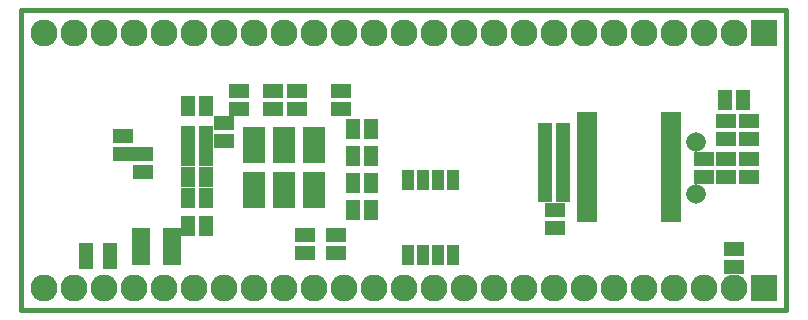
<source format=gbs>
G04 (created by PCBNEW-RS274X (2012-01-19 BZR 3256)-stable) date Wed 20 Feb 2013 03:59:13 PM COT*
G01*
G70*
G90*
%MOIN*%
G04 Gerber Fmt 3.4, Leading zero omitted, Abs format*
%FSLAX34Y34*%
G04 APERTURE LIST*
%ADD10C,0.006000*%
%ADD11C,0.015000*%
%ADD12R,0.045000X0.065000*%
%ADD13R,0.065000X0.045000*%
%ADD14C,0.065400*%
%ADD15R,0.040000X0.065000*%
%ADD16R,0.075000X0.120000*%
%ADD17R,0.070000X0.036000*%
%ADD18R,0.090000X0.090000*%
%ADD19C,0.090000*%
%ADD20R,0.046000X0.036000*%
%ADD21R,0.059400X0.047200*%
G04 APERTURE END LIST*
G54D10*
G54D11*
X44250Y-31250D02*
X44250Y-21250D01*
X69750Y-31250D02*
X44250Y-31250D01*
X69750Y-21250D02*
X69750Y-31250D01*
X44250Y-21250D02*
X69750Y-21250D01*
G54D12*
X61700Y-27300D03*
X62300Y-27300D03*
G54D13*
X47650Y-26050D03*
X47650Y-25450D03*
X48300Y-26650D03*
X48300Y-26050D03*
X62050Y-27900D03*
X62050Y-28500D03*
X68000Y-29200D03*
X68000Y-29800D03*
X68500Y-26800D03*
X68500Y-26200D03*
X67000Y-26200D03*
X67000Y-26800D03*
X67750Y-24950D03*
X67750Y-25550D03*
X68500Y-24950D03*
X68500Y-25550D03*
G54D12*
X67700Y-24250D03*
X68300Y-24250D03*
G54D13*
X67750Y-26200D03*
X67750Y-26800D03*
G54D12*
X50400Y-28450D03*
X49800Y-28450D03*
X50400Y-27500D03*
X49800Y-27500D03*
X50400Y-26100D03*
X49800Y-26100D03*
X50400Y-25450D03*
X49800Y-25450D03*
X50400Y-24450D03*
X49800Y-24450D03*
G54D13*
X51500Y-23950D03*
X51500Y-24550D03*
X52650Y-23950D03*
X52650Y-24550D03*
X53450Y-23950D03*
X53450Y-24550D03*
X54900Y-23950D03*
X54900Y-24550D03*
G54D12*
X55900Y-25200D03*
X55300Y-25200D03*
X55900Y-27900D03*
X55300Y-27900D03*
G54D13*
X54750Y-29350D03*
X54750Y-28750D03*
X53700Y-29350D03*
X53700Y-28750D03*
G54D12*
X50400Y-26800D03*
X49800Y-26800D03*
X55900Y-26100D03*
X55300Y-26100D03*
X55900Y-27000D03*
X55300Y-27000D03*
G54D14*
X66744Y-25634D03*
X66744Y-27366D03*
G54D15*
X58650Y-26900D03*
X58150Y-26900D03*
X57650Y-26900D03*
X57150Y-26900D03*
X57150Y-29400D03*
X57650Y-29400D03*
X58150Y-29400D03*
X58650Y-29400D03*
G54D12*
X61700Y-26650D03*
X62300Y-26650D03*
X61700Y-25350D03*
X62300Y-25350D03*
X61700Y-26000D03*
X62300Y-26000D03*
G54D13*
X51000Y-25600D03*
X51000Y-25000D03*
G54D16*
X52000Y-25750D03*
X53000Y-25750D03*
X54000Y-25750D03*
X54000Y-27250D03*
X53000Y-27250D03*
X52000Y-27250D03*
G54D17*
X63100Y-28150D03*
X63100Y-27900D03*
X63100Y-27640D03*
X63100Y-27380D03*
X63100Y-27130D03*
X63100Y-26870D03*
X63100Y-26610D03*
X63100Y-26360D03*
X63100Y-26100D03*
X63100Y-25850D03*
X63100Y-25590D03*
X63100Y-25330D03*
X63100Y-25080D03*
X63100Y-24820D03*
X65900Y-24820D03*
X65900Y-25080D03*
X65900Y-25320D03*
X65900Y-25590D03*
X65900Y-25850D03*
X65900Y-26100D03*
X65900Y-26360D03*
X65900Y-26610D03*
X65900Y-26870D03*
X65900Y-27130D03*
X65900Y-27380D03*
X65900Y-27640D03*
X65900Y-27900D03*
X65900Y-28150D03*
G54D18*
X69000Y-22000D03*
G54D19*
X68000Y-22000D03*
X67000Y-22000D03*
X66000Y-22000D03*
X65000Y-22000D03*
X64000Y-22000D03*
X63000Y-22000D03*
X62000Y-22000D03*
X61000Y-22000D03*
X60000Y-22000D03*
X59000Y-22000D03*
X58000Y-22000D03*
X57000Y-22000D03*
X56000Y-22000D03*
X55000Y-22000D03*
X54000Y-22000D03*
X53000Y-22000D03*
X52000Y-22000D03*
X51000Y-22000D03*
X50000Y-22000D03*
X49000Y-22000D03*
X48000Y-22000D03*
X47000Y-22000D03*
X46000Y-22000D03*
X45000Y-22000D03*
G54D18*
X69000Y-30500D03*
G54D19*
X68000Y-30500D03*
X67000Y-30500D03*
X66000Y-30500D03*
X65000Y-30500D03*
X64000Y-30500D03*
X63000Y-30500D03*
X62000Y-30500D03*
X61000Y-30500D03*
X60000Y-30500D03*
X59000Y-30500D03*
X58000Y-30500D03*
X57000Y-30500D03*
X56000Y-30500D03*
X55000Y-30500D03*
X54000Y-30500D03*
X53000Y-30500D03*
X52000Y-30500D03*
X51000Y-30500D03*
X50000Y-30500D03*
X49000Y-30500D03*
X48000Y-30500D03*
X47000Y-30500D03*
X46000Y-30500D03*
X45000Y-30500D03*
G54D20*
X47210Y-29180D03*
X47210Y-29700D03*
X47210Y-29440D03*
X46410Y-29700D03*
X46410Y-29180D03*
X46410Y-29440D03*
G54D21*
X49262Y-28756D03*
X49262Y-29504D03*
X49262Y-29130D03*
X48238Y-29504D03*
X48238Y-28756D03*
X48238Y-29130D03*
M02*

</source>
